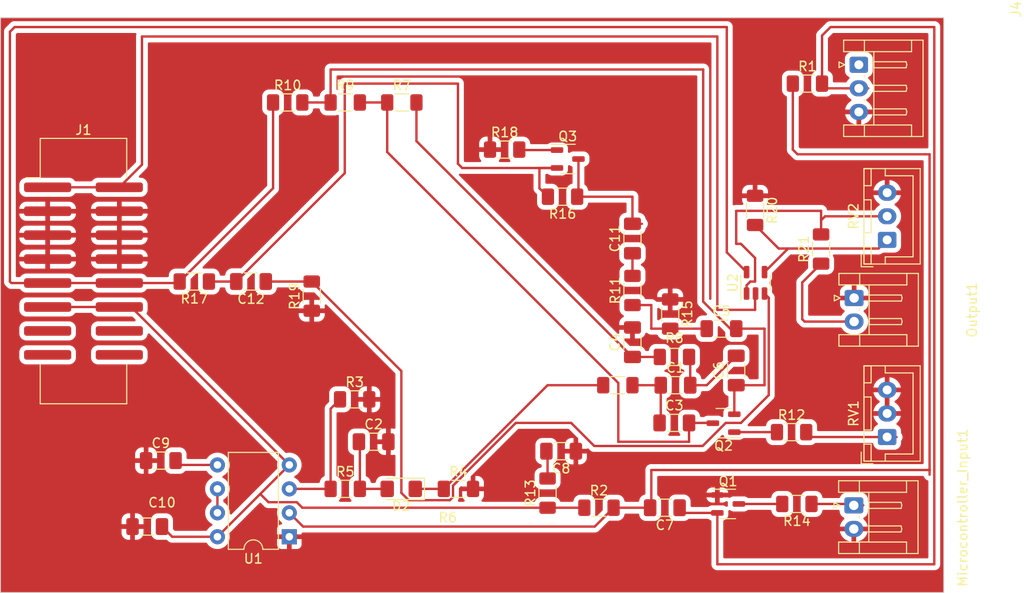
<source format=kicad_pcb>
(kicad_pcb (version 20221018) (generator pcbnew)
  (layers (0 "F.Cu" signal) (31 "B.Cu" signal) (34 "B.Paste" user) (35 "F.Paste" user) (36 "B.SilkS" user "B.Silkscreen") (37 "F.SilkS" user "F.Silkscreen") (38 "B.Mask" user) (39 "F.Mask" user) (44 "Edge.Cuts" user))
  (net 0 "")
  (net 1 "Net-(C1-Pad1)")
  (net 2 "Net-(C1-Pad2)")
  (net 3 "Net-(D2-A)")
  (net 4 "GND")
  (net 5 "Net-(Q2-B)")
  (net 6 "Net-(C4-Pad1)")
  (net 7 "Net-(C5-Pad1)")
  (net 8 "Net-(Q2-C)")
  (net 9 "Net-(J4-Pin_2)")
  (net 10 "Net-(U1-TR)")
  (net 11 "Net-(C8-Pad2)")
  (net 12 "Net-(U1-CV)")
  (net 13 "+5V")
  (net 14 "Net-(C11-Pad1)")
  (net 15 "Net-(Q3-B)")
  (net 16 "Net-(U2-+)")
  (net 17 "Net-(Q3-C)")
  (net 18 "Net-(D2-K)")
  (net 19 "-12V")
  (net 20 "+12V")
  (net 26 "Net-(Microcontroller_Input1-Pin_1)")
  (net 27 "Net-(Output1-Pin_2)")
  (net 28 "Net-(Q1-B)")
  (net 29 "Net-(Q2-E)")
  (net 30 "Net-(Q3-E)")
  (net 31 "Net-(U1-Q)")
  (net 32 "Net-(R12-Pad2)")
  (net 33 "Net-(U2--)")
  (net 34 "Net-(R21-Pad2)")
  (net 35 "Net-(U1-DIS)")
  (footprint "Resistor_SMD:R_1206_3216Metric_Pad1.30x1.75mm_HandSolder" (layer "F.Cu") (at 133 79.55 90)
    (fp_text reference "R19" (at 0 -1.82 90) (layer "F.SilkS"))
    (fp_text value "4.7k")
    (pad "1" smd roundrect (at -1.55 0 90) (size 1.3 1.75) (layers "F.Cu" "F.Paste" "F.Mask") (roundrect_rratio 0.192308) (net 4 "GND"))
    (pad "2" smd roundrect (at 1.55 0 90) (size 1.3 1.75) (layers "F.Cu" "F.Paste" "F.Mask") (roundrect_rratio 0.192308) (net 16 "Net-(U2-+)"))
  )
  (footprint "Connector_JST:JST_EH_S2B-EH_1x02_P2.50mm_Horizontal" (layer "F.Cu") (at 190.5 79.75 -90)
    (fp_text reference "Output1" (at 1.25 -12.5 90) (layer "F.SilkS"))
    (fp_text value "Conn_01x02_Pin")
    (pad "1" thru_hole roundrect (at 0 0 270) (size 1.7 2) (drill 1) (layers "*.Cu" "*.Mask") (roundrect_rratio 0.147059) (net 4 "GND"))
    (pad "2" thru_hole oval (at 2.5 0 270) (size 1.7 2) (drill 1) (layers "*.Cu" "*.Mask") (net 27 "Net-(Output1-Pin_2)"))
  )
  (footprint "Connector_JST:JST_EH_S2B-EH_1x02_P2.50mm_Horizontal" (layer "F.Cu") (at 190.4675 101.75 -90)
    (fp_text reference "Microcontroller_Input1" (at 0.25 -11.5325 90) (layer "F.SilkS"))
    (fp_text value "Conn_01x02_Pin")
    (pad "1" thru_hole roundrect (at 0 0 270) (size 1.7 2) (drill 1) (layers "*.Cu" "*.Mask") (roundrect_rratio 0.147059) (net 26 "Net-(Microcontroller_Input1-Pin_1)"))
    (pad "2" thru_hole oval (at 2.5 0 270) (size 1.7 2) (drill 1) (layers "*.Cu" "*.Mask") (net 4 "GND"))
  )
  (footprint "Resistor_SMD:R_1206_3216Metric_Pad1.30x1.75mm_HandSolder" (layer "F.Cu") (at 142.55 59)
    (fp_text reference "R7" (at 0 -1.82) (layer "F.SilkS"))
    (fp_text value "27k")
    (pad "1" smd roundrect (at -1.55 0) (size 1.3 1.75) (layers "F.Cu" "F.Paste" "F.Mask") (roundrect_rratio 0.192308) (net 5 "Net-(Q2-B)"))
    (pad "2" smd roundrect (at 1.55 0) (size 1.3 1.75) (layers "F.Cu" "F.Paste" "F.Mask") (roundrect_rratio 0.192308) (net 6 "Net-(C4-Pad1)"))
  )
  (footprint "Package_TO_SOT_SMD:SOT-23-3" (layer "F.Cu") (at 176.6625 93.03 180)
    (fp_text reference "Q2" (at 0 -2.4) (layer "F.SilkS"))
    (fp_text value "Q_NPN_ECB")
    (pad "1" smd roundrect (at -1.1375 -0.95 180) (size 1.325 0.6) (layers "F.Cu" "F.Paste" "F.Mask") (net 29 "Net-(Q2-E)"))
    (pad "2" smd roundrect (at -1.1375 0.95 180) (size 1.325 0.6) (layers "F.Cu" "F.Paste" "F.Mask") (net 8 "Net-(Q2-C)"))
    (pad "3" smd roundrect (at 1.1375 0 180) (size 1.325 0.6) (layers "F.Cu" "F.Paste" "F.Mask") (net 5 "Net-(Q2-B)"))
  )
  (footprint "Resistor_SMD:R_1206_3216Metric_Pad1.30x1.75mm_HandSolder" (layer "F.Cu") (at 184.43 101.6 180)
    (fp_text reference "R14" (at 0 -1.82) (layer "F.SilkS"))
    (fp_text value "100")
    (pad "1" smd roundrect (at -1.55 0 180) (size 1.3 1.75) (layers "F.Cu" "F.Paste" "F.Mask") (roundrect_rratio 0.192308) (net 26 "Net-(Microcontroller_Input1-Pin_1)"))
    (pad "2" smd roundrect (at 1.55 0 180) (size 1.3 1.75) (layers "F.Cu" "F.Paste" "F.Mask") (roundrect_rratio 0.192308) (net 28 "Net-(Q1-B)"))
  )
  (footprint "Package_TO_SOT_SMD:SOT-23-3" (layer "F.Cu") (at 160.1375 65)
    (fp_text reference "Q3" (at 0 -2.4) (layer "F.SilkS"))
    (fp_text value "Q_NPN_ECB")
    (pad "1" smd roundrect (at -1.1375 -0.95) (size 1.325 0.6) (layers "F.Cu" "F.Paste" "F.Mask") (net 30 "Net-(Q3-E)"))
    (pad "2" smd roundrect (at -1.1375 0.95) (size 1.325 0.6) (layers "F.Cu" "F.Paste" "F.Mask") (net 17 "Net-(Q3-C)"))
    (pad "3" smd roundrect (at 1.1375 0) (size 1.325 0.6) (layers "F.Cu" "F.Paste" "F.Mask") (net 15 "Net-(Q3-B)"))
  )
  (footprint "Capacitor_SMD:C_1206_3216Metric_Pad1.33x1.80mm_HandSolder" (layer "F.Cu") (at 178 87.4375 90)
    (fp_text reference "C6" (at 0 -1.85 90) (layer "F.SilkS"))
    (fp_text value "1u")
    (pad "1" smd roundrect (at -1.5625 0 90) (size 1.325 1.8) (layers "F.Cu" "F.Paste" "F.Mask") (roundrect_rratio 0.188679) (net 8 "Net-(Q2-C)"))
    (pad "2" smd roundrect (at 1.5625 0 90) (size 1.325 1.8) (layers "F.Cu" "F.Paste" "F.Mask") (roundrect_rratio 0.188679) (net 2 "Net-(C1-Pad2)"))
  )
  (footprint "Connector_JST:JST_XH_B3B-XH-A_1x03_P2.50mm_Vertical" (layer "F.Cu") (at 194 73.58 90)
    (fp_text reference "RV2" (at 2.5 -3.55 90) (layer "F.SilkS"))
    (fp_text value "50k")
    (pad "1" thru_hole roundrect (at 0 0 90) (size 1.7 1.95) (drill 0.95) (layers "*.Cu" "*.Mask") (roundrect_rratio 0.147059) (net 33 "Net-(U2--)"))
    (pad "2" thru_hole oval (at 2.5 0 90) (size 1.7 1.95) (drill 0.95) (layers "*.Cu" "*.Mask") (net 34 "Net-(R21-Pad2)"))
    (pad "3" thru_hole oval (at 5 0 90) (size 1.7 1.95) (drill 0.95) (layers "*.Cu" "*.Mask") (net 4 "GND"))
  )
  (footprint "Package_TO_SOT_SMD:SOT-23-3" (layer "F.Cu") (at 177.1375 101.6)
    (fp_text reference "Q1" (at 0 -2.4) (layer "F.SilkS"))
    (fp_text value "Q_NPN_ECB")
    (pad "1" smd roundrect (at -1.1375 -0.95) (size 1.325 0.6) (layers "F.Cu" "F.Paste" "F.Mask") (net 4 "GND"))
    (pad "2" smd roundrect (at -1.1375 0.95) (size 1.325 0.6) (layers "F.Cu" "F.Paste" "F.Mask") (net 9 "Net-(J4-Pin_2)"))
    (pad "3" smd roundrect (at 1.1375 0) (size 1.325 0.6) (layers "F.Cu" "F.Paste" "F.Mask") (net 28 "Net-(Q1-B)"))
  )
  (footprint "Connector_JST:JST_XH_B3B-XH-A_1x03_P2.50mm_Vertical" (layer "F.Cu") (at 194 94.5 90)
    (fp_text reference "RV1" (at 2.5 -3.55 90) (layer "F.SilkS"))
    (fp_text value "1k")
    (pad "1" thru_hole roundrect (at 0 0 90) (size 1.7 1.95) (drill 0.95) (layers "*.Cu" "*.Mask") (roundrect_rratio 0.147059) (net 32 "Net-(R12-Pad2)"))
    (pad "2" thru_hole oval (at 2.5 0 90) (size 1.7 1.95) (drill 0.95) (layers "*.Cu" "*.Mask") (net 4 "GND"))
    (pad "3" thru_hole oval (at 5 0 90) (size 1.7 1.95) (drill 0.95) (layers "*.Cu" "*.Mask") (net 4 "GND"))
  )
  (footprint "Resistor_SMD:R_1206_3216Metric_Pad1.30x1.75mm_HandSolder" (layer "F.Cu") (at 136.55 100)
    (fp_text reference "R5" (at 0 -1.82) (layer "F.SilkS"))
    (fp_text value "100")
    (pad "1" smd roundrect (at -1.55 0) (size 1.3 1.75) (layers "F.Cu" "F.Paste" "F.Mask") (roundrect_rratio 0.192308) (net 31 "Net-(U1-Q)"))
    (pad "2" smd roundrect (at 1.55 0) (size 1.3 1.75) (layers "F.Cu" "F.Paste" "F.Mask") (roundrect_rratio 0.192308) (net 3 "Net-(D2-A)"))
  )
  (footprint "Capacitor_SMD:C_1206_3216Metric_Pad1.33x1.80mm_HandSolder" (layer "F.Cu") (at 126.5625 78 180)
    (fp_text reference "C12" (at 0 -1.85) (layer "F.SilkS"))
    (fp_text value "8.2n")
    (pad "1" smd roundrect (at -1.5625 0 180) (size 1.325 1.8) (layers "F.Cu" "F.Paste" "F.Mask") (roundrect_rratio 0.188679) (net 16 "Net-(U2-+)"))
    (pad "2" smd roundrect (at 1.5625 0 180) (size 1.325 1.8) (layers "F.Cu" "F.Paste" "F.Mask") (roundrect_rratio 0.188679) (net 17 "Net-(Q3-C)"))
  )
  (footprint "Resistor_SMD:R_1206_3216Metric_Pad1.30x1.75mm_HandSolder" (layer "F.Cu") (at 180 70.45 -90)
    (fp_text reference "R20" (at 0 -1.82 -270) (layer "F.SilkS"))
    (fp_text value "1k")
    (pad "1" smd roundrect (at -1.55 0 270) (size 1.3 1.75) (layers "F.Cu" "F.Paste" "F.Mask") (roundrect_rratio 0.192308) (net 4 "GND"))
    (pad "2" smd roundrect (at 1.55 0 270) (size 1.3 1.75) (layers "F.Cu" "F.Paste" "F.Mask") (roundrect_rratio 0.192308) (net 33 "Net-(U2--)"))
  )
  (footprint "Resistor_SMD:R_1206_3216Metric_Pad1.30x1.75mm_HandSolder" (layer "F.Cu") (at 137.55 90.5)
    (fp_text reference "R3" (at 0 -1.82) (layer "F.SilkS"))
    (fp_text value "100k")
    (pad "1" smd roundrect (at -1.55 0) (size 1.3 1.75) (layers "F.Cu" "F.Paste" "F.Mask") (roundrect_rratio 0.192308) (net 31 "Net-(U1-Q)"))
    (pad "2" smd roundrect (at 1.55 0) (size 1.3 1.75) (layers "F.Cu" "F.Paste" "F.Mask") (roundrect_rratio 0.192308) (net 4 "GND"))
  )
  (footprint "Capacitor_SMD:C_1206_3216Metric_Pad1.33x1.80mm_HandSolder" (layer "F.Cu") (at 170.4375 102 180)
    (fp_text reference "C7" (at 0 -1.85) (layer "F.SilkS"))
    (fp_text value "1u")
    (pad "1" smd roundrect (at -1.5625 0 180) (size 1.325 1.8) (layers "F.Cu" "F.Paste" "F.Mask") (roundrect_rratio 0.188679) (net 9 "Net-(J4-Pin_2)"))
    (pad "2" smd roundrect (at 1.5625 0 180) (size 1.325 1.8) (layers "F.Cu" "F.Paste" "F.Mask") (roundrect_rratio 0.188679) (net 10 "Net-(U1-TR)"))
  )
  (footprint "Capacitor_SMD:C_1206_3216Metric_Pad1.33x1.80mm_HandSolder" (layer "F.Cu") (at 139.5625 95)
    (fp_text reference "C2" (at 0 -1.85) (layer "F.SilkS"))
    (fp_text value "1u")
    (pad "1" smd roundrect (at -1.5625 0) (size 1.325 1.8) (layers "F.Cu" "F.Paste" "F.Mask") (roundrect_rratio 0.188679) (net 3 "Net-(D2-A)"))
    (pad "2" smd roundrect (at 1.5625 0) (size 1.325 1.8) (layers "F.Cu" "F.Paste" "F.Mask") (roundrect_rratio 0.188679) (net 4 "GND"))
  )
  (footprint "Resistor_SMD:R_1206_3216Metric_Pad1.30x1.75mm_HandSolder" (layer "F.Cu") (at 159.5875 69 180)
    (fp_text reference "R16" (at 0 -1.82) (layer "F.SilkS"))
    (fp_text value "560k")
    (pad "1" smd roundrect (at -1.55 0 180) (size 1.3 1.75) (layers "F.Cu" "F.Paste" "F.Mask") (roundrect_rratio 0.192308) (net 15 "Net-(Q3-B)"))
    (pad "2" smd roundrect (at 1.55 0 180) (size 1.3 1.75) (layers "F.Cu" "F.Paste" "F.Mask") (roundrect_rratio 0.192308) (net 17 "Net-(Q3-C)"))
  )
  (footprint "Capacitor_SMD:C_1206_3216Metric_Pad1.33x1.80mm_HandSolder" (layer "F.Cu") (at 159.4375 96 180)
    (fp_text reference "C8" (at 0 -1.85) (layer "F.SilkS"))
    (fp_text value "1u")
    (pad "1" smd roundrect (at -1.5625 0 180) (size 1.325 1.8) (layers "F.Cu" "F.Paste" "F.Mask") (roundrect_rratio 0.188679) (net 4 "GND"))
    (pad "2" smd roundrect (at 1.5625 0 180) (size 1.325 1.8) (layers "F.Cu" "F.Paste" "F.Mask") (roundrect_rratio 0.188679) (net 11 "Net-(C8-Pad2)"))
  )
  (footprint "Package_TO_SOT_SMD:TSOT-23-5" (layer "F.Cu") (at 180.05 78.1375 90)
    (fp_text reference "U2" (at 0 -2.4 90) (layer "F.SilkS"))
    (fp_text value "AD8603")
    (pad "1" smd roundrect (at -1.1375 -0.95 90) (size 1.325 0.6) (layers "F.Cu" "F.Paste" "F.Mask") (net 34 "Net-(R21-Pad2)"))
    (pad "2" smd roundrect (at -1.1375 0 90) (size 1.325 0.6) (layers "F.Cu" "F.Paste" "F.Mask") (net 19 "-12V"))
    (pad "3" smd roundrect (at -1.1375 0.95 90) (size 1.325 0.6) (layers "F.Cu" "F.Paste" "F.Mask") (net 16 "Net-(U2-+)"))
    (pad "4" smd roundrect (at 1.1375 0.95 90) (size 1.325 0.6) (layers "F.Cu" "F.Paste" "F.Mask") (net 33 "Net-(U2--)"))
    (pad "5" smd roundrect (at 1.1375 -0.95 90) (size 1.325 0.6) (layers "F.Cu" "F.Paste" "F.Mask") (net 20 "+12V"))
  )
  (footprint "Resistor_SMD:R_1206_3216Metric_Pad1.30x1.75mm_HandSolder" (layer "F.Cu") (at 153.45 64)
    (fp_text reference "R18" (at 0 -1.82) (layer "F.SilkS"))
    (fp_text value "330")
    (pad "1" smd roundrect (at -1.55 0) (size 1.3 1.75) (layers "F.Cu" "F.Paste" "F.Mask") (roundrect_rratio 0.192308) (net 4 "GND"))
    (pad "2" smd roundrect (at 1.55 0) (size 1.3 1.75) (layers "F.Cu" "F.Paste" "F.Mask") (roundrect_rratio 0.192308) (net 30 "Net-(Q3-E)"))
  )
  (footprint "Capacitor_SMD:C_1206_3216Metric_Pad1.33x1.80mm_HandSolder" (layer "F.Cu") (at 167 73.4375 90)
    (fp_text reference "C11" (at 0 -1.85 90) (layer "F.SilkS"))
    (fp_text value "1u")
    (pad "1" smd roundrect (at -1.5625 0 90) (size 1.325 1.8) (layers "F.Cu" "F.Paste" "F.Mask") (roundrect_rratio 0.188679) (net 14 "Net-(C11-Pad1)"))
    (pad "2" smd roundrect (at 1.5625 0 90) (size 1.325 1.8) (layers "F.Cu" "F.Paste" "F.Mask") (roundrect_rratio 0.188679) (net 15 "Net-(Q3-B)"))
  )
  (footprint "Resistor_SMD:R_1206_3216Metric_Pad1.30x1.75mm_HandSolder" (layer "F.Cu") (at 136.55 59)
    (fp_text reference "R9" (at 0 -1.82) (layer "F.SilkS"))
    (fp_text value "1000k")
    (pad "1" smd roundrect (at -1.55 0) (size 1.3 1.75) (layers "F.Cu" "F.Paste" "F.Mask") (roundrect_rratio 0.192308) (net 8 "Net-(Q2-C)"))
    (pad "2" smd roundrect (at 1.55 0) (size 1.3 1.75) (layers "F.Cu" "F.Paste" "F.Mask") (roundrect_rratio 0.192308) (net 5 "Net-(Q2-B)"))
  )
  (footprint "Resistor_SMD:R_1206_3216Metric_Pad1.30x1.75mm_HandSolder" (layer "F.Cu") (at 148.55 100)
    (fp_text reference "R4" (at 0 -1.82) (layer "F.SilkS"))
    (fp_text value "15k")
    (pad "1" smd roundrect (at -1.55 0) (size 1.3 1.75) (layers "F.Cu" "F.Paste" "F.Mask") (roundrect_rratio 0.192308) (net 18 "Net-(D2-K)"))
    (pad "2" smd roundrect (at 1.55 0) (size 1.3 1.75) (layers "F.Cu" "F.Paste" "F.Mask") (roundrect_rratio 0.192308) (net 4 "GND"))
  )
  (footprint "Resistor_SMD:R_1206_3216Metric_Pad1.30x1.75mm_HandSolder" (layer "F.Cu") (at 120.55 78 180)
    (fp_text reference "R17" (at 0 -1.82) (layer "F.SilkS"))
    (fp_text value "10k")
    (pad "1" smd roundrect (at -1.55 0 180) (size 1.3 1.75) (layers "F.Cu" "F.Paste" "F.Mask") (roundrect_rratio 0.192308) (net 17 "Net-(Q3-C)"))
    (pad "2" smd roundrect (at 1.55 0 180) (size 1.3 1.75) (layers "F.Cu" "F.Paste" "F.Mask") (roundrect_rratio 0.192308) (net 20 "+12V"))
  )
  (footprint "Resistor_SMD:R_1206_3216Metric_Pad1.30x1.75mm_HandSolder" (layer "F.Cu") (at 163.45 102)
    (fp_text reference "R2" (at 0 -1.82) (layer "F.SilkS"))
    (fp_text value "220")
    (pad "1" smd roundrect (at -1.55 0) (size 1.3 1.75) (layers "F.Cu" "F.Paste" "F.Mask") (roundrect_rratio 0.192308) (net 13 "+5V"))
    (pad "2" smd roundrect (at 1.55 0) (size 1.3 1.75) (layers "F.Cu" "F.Paste" "F.Mask") (roundrect_rratio 0.192308) (net 10 "Net-(U1-TR)"))
  )
  (footprint "Resistor_SMD:R_1206_3216Metric_Pad1.30x1.75mm_HandSolder" (layer "F.Cu") (at 171.45 86 180)
    (fp_text reference "R8" (at 0 2) (layer "F.SilkS"))
    (fp_text value "27k")
    (pad "1" smd roundrect (at -1.55 0 180) (size 1.3 1.75) (layers "F.Cu" "F.Paste" "F.Mask") (roundrect_rratio 0.192308) (net 2 "Net-(C1-Pad2)"))
    (pad "2" smd roundrect (at 1.55 0 180) (size 1.3 1.75) (layers "F.Cu" "F.Paste" "F.Mask") (roundrect_rratio 0.192308) (net 6 "Net-(C4-Pad1)"))
  )
  (footprint "Capacitor_SMD:C_1206_3216Metric_Pad1.33x1.80mm_HandSolder" (layer "F.Cu") (at 115.5625 104)
    (fp_text reference "C10" (at 1.5625 -2.54) (layer "F.SilkS"))
    (fp_text value "100n")
    (pad "1" smd roundrect (at -1.5625 0) (size 1.325 1.8) (layers "F.Cu" "F.Paste" "F.Mask") (roundrect_rratio 0.188679) (net 4 "GND"))
    (pad "2" smd roundrect (at 1.5625 0) (size 1.325 1.8) (layers "F.Cu" "F.Paste" "F.Mask") (roundrect_rratio 0.188679) (net 13 "+5V"))
  )
  (footprint "Resistor_SMD:R_1206_3216Metric_Pad1.30x1.75mm_HandSolder" (layer "F.Cu") (at 183.87 93.98)
    (fp_text reference "R12" (at 0 -1.82) (layer "F.SilkS"))
    (fp_text value "100")
    (pad "1" smd roundrect (at -1.55 0) (size 1.3 1.75) (layers "F.Cu" "F.Paste" "F.Mask") (roundrect_rratio 0.192308) (net 29 "Net-(Q2-E)"))
    (pad "2" smd roundrect (at 1.55 0) (size 1.3 1.75) (layers "F.Cu" "F.Paste" "F.Mask") (roundrect_rratio 0.192308) (net 32 "Net-(R12-Pad2)"))
  )
  (footprint "Capacitor_SMD:C_1206_3216Metric_Pad1.33x1.80mm_HandSolder" (layer "F.Cu") (at 171.5625 89)
    (fp_text reference "C1" (at 0 -1.85) (layer "F.SilkS"))
    (fp_text value "1.8n")
    (pad "1" smd roundrect (at -1.5625 0) (size 1.325 1.8) (layers "F.Cu" "F.Paste" "F.Mask") (roundrect_rratio 0.188679) (net 1 "Net-(C1-Pad1)"))
    (pad "2" smd roundrect (at 1.5625 0) (size 1.325 1.8) (layers "F.Cu" "F.Paste" "F.Mask") (roundrect_rratio 0.188679) (net 2 "Net-(C1-Pad2)"))
  )
  (footprint "Resistor_SMD:R_1206_3216Metric_Pad1.30x1.75mm_HandSolder" (layer "F.Cu") (at 171 81.45 -90)
    (fp_text reference "R15" (at 0 -1.82 90) (layer "F.SilkS"))
    (fp_text value "39k")
    (pad "1" smd roundrect (at -1.55 0 270) (size 1.3 1.75) (layers "F.Cu" "F.Paste" "F.Mask") (roundrect_rratio 0.192308) (net 4 "GND"))
    (pad "2" smd roundrect (at 1.55 0 270) (size 1.3 1.75) (layers "F.Cu" "F.Paste" "F.Mask") (roundrect_rratio 0.192308) (net 7 "Net-(C5-Pad1)"))
  )
  (footprint "Capacitor_SMD:C_1206_3216Metric_Pad1.33x1.80mm_HandSolder" (layer "F.Cu") (at 167 84.4375 90)
    (fp_text reference "C4" (at 0 -1.85 90) (layer "F.SilkS"))
    (fp_text value "15n")
    (pad "1" smd roundrect (at -1.5625 0 90) (size 1.325 1.8) (layers "F.Cu" "F.Paste" "F.Mask") (roundrect_rratio 0.188679) (net 6 "Net-(C4-Pad1)"))
    (pad "2" smd roundrect (at 1.5625 0 90) (size 1.325 1.8) (layers "F.Cu" "F.Paste" "F.Mask") (roundrect_rratio 0.188679) (net 4 "GND"))
  )
  (footprint "Resistor_SMD:R_1206_3216Metric_Pad1.30x1.75mm_HandSolder" (layer "F.Cu") (at 185.55 57)
    (fp_text reference "R1" (at 0 -1.82) (layer "F.SilkS"))
    (fp_text value "10k")
    (pad "1" smd roundrect (at -1.55 0) (size 1.3 1.75) (layers "F.Cu" "F.Paste" "F.Mask") (roundrect_rratio 0.192308) (net 10 "Net-(U1-TR)"))
    (pad "2" smd roundrect (at 1.55 0) (size 1.3 1.75) (layers "F.Cu" "F.Paste" "F.Mask") (roundrect_rratio 0.192308) (net 9 "Net-(J4-Pin_2)"))
  )
  (footprint "Resistor_SMD:R_1206_3216Metric_Pad1.30x1.75mm_HandSolder" (layer "F.Cu") (at 187 74.55 90)
    (fp_text reference "R21" (at 0 -1.82 90) (layer "F.SilkS"))
    (fp_text value "1k")
    (pad "1" smd roundrect (at -1.55 0 90) (size 1.3 1.75) (layers "F.Cu" "F.Paste" "F.Mask") (roundrect_rratio 0.192308) (net 27 "Net-(Output1-Pin_2)"))
    (pad "2" smd roundrect (at 1.55 0 90) (size 1.3 1.75) (layers "F.Cu" "F.Paste" "F.Mask") (roundrect_rratio 0.192308) (net 34 "Net-(R21-Pad2)"))
  )
  (footprint "Resistor_SMD:R_1206_3216Metric_Pad1.30x1.75mm_HandSolder" (layer "F.Cu") (at 165.45 89)
    (fp_text reference "R6" (at -18.03 14.05) (layer "F.SilkS"))
    (fp_text value "8.2k")
    (pad "1" smd roundrect (at -1.55 0) (size 1.3 1.75) (layers "F.Cu" "F.Paste" "F.Mask") (roundrect_rratio 0.192308) (net 18 "Net-(D2-K)"))
    (pad "2" smd roundrect (at 1.55 0) (size 1.3 1.75) (layers "F.Cu" "F.Paste" "F.Mask") (roundrect_rratio 0.192308) (net 1 "Net-(C1-Pad1)"))
  )
  (footprint "Connector_IDC:IDC-Header_2x08_P2.54mm_Vertical_SMD" (layer "F.Cu") (at 108.8 76.89)
    (fp_text reference "J1" (at 0 -14.97) (layer "F.SilkS"))
    (fp_text value "Conn_02x08_Odd_Even")
    (pad "1" smd roundrect (at -3.8 -8.89) (size 5 1.02) (layers "F.Cu" "F.Paste" "F.Mask") (net 19 "-12V"))
    (pad "2" smd roundrect (at 3.8 -8.89) (size 5 1.02) (layers "F.Cu" "F.Paste" "F.Mask") (net 19 "-12V"))
    (pad "3" smd roundrect (at -3.8 -6.35) (size 5 1.02) (layers "F.Cu" "F.Paste" "F.Mask") (net 4 "GND"))
    (pad "4" smd roundrect (at 3.8 -6.35) (size 5 1.02) (layers "F.Cu" "F.Paste" "F.Mask") (net 4 "GND"))
    (pad "5" smd roundrect (at -3.8 -3.81) (size 5 1.02) (layers "F.Cu" "F.Paste" "F.Mask") (net 4 "GND"))
    (pad "6" smd roundrect (at 3.8 -3.81) (size 5 1.02) (layers "F.Cu" "F.Paste" "F.Mask") (net 4 "GND"))
    (pad "7" smd roundrect (at -3.8 -1.27) (size 5 1.02) (layers "F.Cu" "F.Paste" "F.Mask") (net 4 "GND"))
    (pad "8" smd roundrect (at 3.8 -1.27) (size 5 1.02) (layers "F.Cu" "F.Paste" "F.Mask") (net 4 "GND"))
    (pad "9" smd roundrect (at -3.8 1.27) (size 5 1.02) (layers "F.Cu" "F.Paste" "F.Mask") (net 20 "+12V"))
    (pad "10" smd roundrect (at 3.8 1.27) (size 5 1.02) (layers "F.Cu" "F.Paste" "F.Mask") (net 20 "+12V"))
    (pad "11" smd roundrect (at -3.8 3.81) (size 5 1.02) (layers "F.Cu" "F.Paste" "F.Mask") (net 13 "+5V"))
    (pad "12" smd roundrect (at 3.8 3.81) (size 5 1.02) (layers "F.Cu" "F.Paste" "F.Mask") (net 13 "+5V"))
    (pad "13" smd roundrect (at -3.8 6.35) (size 5 1.02) (layers "F.Cu" "F.Paste" "F.Mask"))
    (pad "14" smd roundrect (at 3.8 6.35) (size 5 1.02) (layers "F.Cu" "F.Paste" "F.Mask"))
    (pad "15" smd roundrect (at -3.8 8.89) (size 5 1.02) (layers "F.Cu" "F.Paste" "F.Mask"))
    (pad "16" smd roundrect (at 3.8 8.89) (size 5 1.02) (layers "F.Cu" "F.Paste" "F.Mask"))
  )
  (footprint "Package_DIP:DIP-8_W7.62mm" (layer "F.Cu") (at 130.62 105.08 180)
    (fp_text reference "U1" (at 3.81 -2.33) (layer "F.SilkS"))
    (fp_text value "NE555P")
    (pad "1" thru_hole rect (at 0 0 180) (size 1.6 1.6) (drill 0.8) (layers "*.Cu" "*.Mask") (net 4 "GND"))
    (pad "2" thru_hole oval (at 0 2.54 180) (size 1.6 1.6) (drill 0.8) (layers "*.Cu" "*.Mask") (net 10 "Net-(U1-TR)"))
    (pad "3" thru_hole oval (at 0 5.08 180) (size 1.6 1.6) (drill 0.8) (layers "*.Cu" "*.Mask") (net 31 "Net-(U1-Q)"))
    (pad "4" thru_hole oval (at 0 7.62 180) (size 1.6 1.6) (drill 0.8) (layers "*.Cu" "*.Mask") (net 13 "+5V"))
    (pad "5" thru_hole oval (at 7.62 7.62 180) (size 1.6 1.6) (drill 0.8) (layers "*.Cu" "*.Mask") (net 12 "Net-(U1-CV)"))
    (pad "6" thru_hole oval (at 7.62 5.08 180) (size 1.6 1.6) (drill 0.8) (layers "*.Cu" "*.Mask") (net 35 "Net-(U1-DIS)"))
    (pad "7" thru_hole oval (at 7.62 2.54 180) (size 1.6 1.6) (drill 0.8) (layers "*.Cu" "*.Mask") (net 35 "Net-(U1-DIS)"))
    (pad "8" thru_hole oval (at 7.62 0 180) (size 1.6 1.6) (drill 0.8) (layers "*.Cu" "*.Mask") (net 13 "+5V"))
  )
  (footprint "Capacitor_SMD:C_1206_3216Metric_Pad1.33x1.80mm_HandSolder" (layer "F.Cu") (at 117 97)
    (fp_text reference "C9" (at 0 -1.85) (layer "F.SilkS"))
    (fp_text value "600n")
    (pad "1" smd roundrect (at -1.5625 0) (size 1.325 1.8) (layers "F.Cu" "F.Paste" "F.Mask") (roundrect_rratio 0.188679) (net 4 "GND"))
    (pad "2" smd roundrect (at 1.5625 0) (size 1.325 1.8) (layers "F.Cu" "F.Paste" "F.Mask") (roundrect_rratio 0.188679) (net 12 "Net-(U1-CV)"))
  )
  (footprint "Connector_JST:JST_EH_S3B-EH_1x03_P2.50mm_Horizontal" (layer "F.Cu") (at 191 55 -90)
    (fp_text reference "J4" (at -5.89 -16.68 90) (layer "F.SilkS"))
    (fp_text value "Conn_01x03_Pin")
    (pad "1" thru_hole roundrect (at 0 0 270) (size 1.7 1.95) (drill 0.95) (layers "*.Cu" "*.Mask") (roundrect_rratio 0.147059))
    (pad "2" thru_hole oval (at 2.5 0 270) (size 1.7 1.95) (drill 0.95) (layers "*.Cu" "*.Mask") (net 9 "Net-(J4-Pin_2)"))
    (pad "3" thru_hole oval (at 5 0 270) (size 1.7 1.95) (drill 0.95) (layers "*.Cu" "*.Mask") (net 4 "GND"))
  )
  (footprint "Resistor_SMD:R_1206_3216Metric_Pad1.30x1.75mm_HandSolder" (layer "F.Cu") (at 158 100.45 90)
    (fp_text reference "R13" (at 0 -1.82 90) (layer "F.SilkS"))
    (fp_text value "1k")
    (pad "1" smd roundrect (at -1.55 0 90) (size 1.3 1.75) (layers "F.Cu" "F.Paste" "F.Mask") (roundrect_rratio 0.192308) (net 13 "+5V"))
    (pad "2" smd roundrect (at 1.55 0 90) (size 1.3 1.75) (layers "F.Cu" "F.Paste" "F.Mask") (roundrect_rratio 0.192308) (net 11 "Net-(C8-Pad2)"))
  )
  (footprint "Capacitor_SMD:C_1206_3216Metric_Pad1.33x1.80mm_HandSolder" (layer "F.Cu") (at 171.4375 93)
    (fp_text reference "C3" (at 0 -1.85) (layer "F.SilkS"))
    (fp_text value "1.8n")
    (pad "1" smd roundrect (at -1.5625 0) (size 1.325 1.8) (layers "F.Cu" "F.Paste" "F.Mask") (roundrect_rratio 0.188679) (net 1 "Net-(C1-Pad1)"))
    (pad "2" smd roundrect (at 1.5625 0) (size 1.325 1.8) (layers "F.Cu" "F.Paste" "F.Mask") (roundrect_rratio 0.188679) (net 5 "Net-(Q2-B)"))
  )
  (footprint "Capacitor_SMD:C_1206_3216Metric_Pad1.33x1.80mm_HandSolder" (layer "F.Cu") (at 176.4375 83)
    (fp_text reference "C5" (at 0 -1.85) (layer "F.SilkS"))
    (fp_text value "1u")
    (pad "1" smd roundrect (at -1.5625 0) (size 1.325 1.8) (layers "F.Cu" "F.Paste" "F.Mask") (roundrect_rratio 0.188679) (net 7 "Net-(C5-Pad1)"))
    (pad "2" smd roundrect (at 1.5625 0) (size 1.325 1.8) (layers "F.Cu" "F.Paste" "F.Mask") (roundrect_rratio 0.188679) (net 8 "Net-(Q2-C)"))
  )
  (footprint "Diode_SMD:D_1206_3216Metric_Pad1.42x1.75mm_HandSolder" (layer "F.Cu") (at 142.4875 100 180)
    (fp_text reference "D2" (at 0 -1.82) (layer "F.SilkS"))
    (fp_text value "D")
    (pad "1" smd roundrect (at -1.4875 0 180) (size 1.425 1.75) (layers "F.Cu" "F.Paste" "F.Mask") (roundrect_rratio 0.175439) (net 18 "Net-(D2-K)"))
    (pad "2" smd roundrect (at 1.4875 0 180) (size 1.425 1.75) (layers "F.Cu" "F.Paste" "F.Mask") (roundrect_rratio 0.175439) (net 3 "Net-(D2-A)"))
  )
  (footprint "Resistor_SMD:R_1206_3216Metric_Pad1.30x1.75mm_HandSolder" (layer "F.Cu") (at 130.45 59)
    (fp_text reference "R10" (at 0 -1.82) (layer "F.SilkS"))
    (fp_text value "22k")
    (pad "1" smd roundrect (at -1.55 0) (size 1.3 1.75) (layers "F.Cu" "F.Paste" "F.Mask") (roundrect_rratio 0.192308) (net 20 "+12V"))
    (pad "2" smd roundrect (at 1.55 0) (size 1.3 1.75) (layers "F.Cu" "F.Paste" "F.Mask") (roundrect_rratio 0.192308) (net 8 "Net-(Q2-C)"))
  )
  (footprint "Resistor_SMD:R_1206_3216Metric_Pad1.30x1.75mm_HandSolder" (layer "F.Cu") (at 167 78.95 90)
    (fp_text reference "R11" (at 0 -1.82 90) (layer "F.SilkS"))
    (fp_text value "56k")
    (pad "1" smd roundrect (at -1.55 0 90) (size 1.3 1.75) (layers "F.Cu" "F.Paste" "F.Mask") (roundrect_rratio 0.192308) (net 7 "Net-(C5-Pad1)"))
    (pad "2" smd roundrect (at 1.55 0 90) (size 1.3 1.75) (layers "F.Cu" "F.Paste" "F.Mask") (roundrect_rratio 0.192308) (net 14 "Net-(C11-Pad1)"))
  )
  (gr_rect (start 100 50) (end 200 111) (stroke (width 0.1)) (fill none) (layer "Edge.Cuts"))
  (segment (start 170 93) (end 170 89) (width 0.25) (layer "F.Cu") (net 1))
  (segment (start 169.875 93) (end 170 93) (width 0.25) (layer "F.Cu") (net 1))
  (segment (start 170 89) (end 167 89) (width 0.25) (layer "F.Cu") (net 1))
  (segment (start 173.125 86.125) (end 173 86) (width 0.25) (layer "F.Cu") (net 2))
  (segment (start 173.125 89) (end 173.125 86.125) (width 0.25) (layer "F.Cu") (net 2))
  (segment (start 174.875 89) (end 178 85.875) (width 0.25) (layer "F.Cu") (net 2))
  (segment (start 173.125 89) (end 174.875 89) (width 0.25) (layer "F.Cu") (net 2))
  (segment (start 138.1 95.1) (end 138 95) (width 0.25) (layer "F.Cu") (net 3))
  (segment (start 138.1 100) (end 138.1 95.1) (width 0.25) (layer "F.Cu") (net 3))
  (segment (start 138.1 100) (end 141 100) (width 0.25) (layer "F.Cu") (net 3))
  (segment (start 165.5 88.761827) (end 141 64.261827) (width 0.25) (layer "F.Cu") (net 5))
  (segment (start 173 93) (end 175.495 93) (width 0.25) (layer "F.Cu") (net 5))
  (segment (start 173 95) (end 165.5 95) (width 0.25) (layer "F.Cu") (net 5))
  (segment (start 141 64.261827) (end 141 59) (width 0.25) (layer "F.Cu") (net 5))
  (segment (start 165.5 95) (end 165.5 88.761827) (width 0.25) (layer "F.Cu") (net 5))
  (segment (start 138.1 59) (end 141 59) (width 0.25) (layer "F.Cu") (net 5))
  (segment (start 173 93) (end 173 95) (width 0.25) (layer "F.Cu") (net 5))
  (segment (start 175.495 93) (end 175.525 93.03) (width 0.25) (layer "F.Cu") (net 5))
  (segment (start 169.9 86) (end 167 86) (width 0.25) (layer "F.Cu") (net 6))
  (segment (start 144.1 59) (end 144.1 63.1) (width 0.25) (layer "F.Cu") (net 6))
  (segment (start 144.1 63.1) (end 167 86) (width 0.25) (layer "F.Cu") (net 6))
  (segment (start 169 80.5) (end 169 83) (width 0.25) (layer "F.Cu") (net 7))
  (segment (start 167 80.5) (end 169 80.5) (width 0.25) (layer "F.Cu") (net 7))
  (segment (start 169 83) (end 171 83) (width 0.25) (layer "F.Cu") (net 7))
  (segment (start 174.875 83) (end 171 83) (width 0.25) (layer "F.Cu") (net 7))
  (segment (start 178 83) (end 177.363604 83) (width 0.25) (layer "F.Cu") (net 8))
  (segment (start 178 83) (end 181 83) (width 0.25) (layer "F.Cu") (net 8))
  (segment (start 132 59) (end 135 59) (width 0.25) (layer "F.Cu") (net 8))
  (segment (start 174.5 55.5) (end 135 55.5) (width 0.25) (layer "F.Cu") (net 8))
  (segment (start 181 83) (end 181 89) (width 0.25) (layer "F.Cu") (net 8))
  (segment (start 177.363604 83) (end 174.5 80.136396) (width 0.25) (layer "F.Cu") (net 8))
  (segment (start 177.8 89.2) (end 178 89) (width 0.25) (layer "F.Cu") (net 8))
  (segment (start 181 89) (end 178 89) (width 0.25) (layer "F.Cu") (net 8))
  (segment (start 177.8 92.08) (end 177.8 89.2) (width 0.25) (layer "F.Cu") (net 8))
  (segment (start 135 55.5) (end 135 59) (width 0.25) (layer "F.Cu") (net 8))
  (segment (start 174.5 80.136396) (end 174.5 55.5) (width 0.25) (layer "F.Cu") (net 8))
  (segment (start 187.6 57.5) (end 192 57.5) (width 0.25) (layer "F.Cu") (net 9))
  (segment (start 199 108) (end 176 108) (width 0.25) (layer "F.Cu") (net 9))
  (segment (start 199 51) (end 199 108) (width 0.25) (layer "F.Cu") (net 9))
  (segment (start 187.1 51.9) (end 188 51) (width 0.25) (layer "F.Cu") (net 9))
  (segment (start 187.1 57) (end 187.1 51.9) (width 0.25) (layer "F.Cu") (net 9))
  (segment (start 176 108) (end 176 102.55) (width 0.25) (layer "F.Cu") (net 9))
  (segment (start 187.1 57) (end 187.6 57.5) (width 0.25) (layer "F.Cu") (net 9))
  (segment (start 176 102.55) (end 172.55 102.55) (width 0.25) (layer "F.Cu") (net 9))
  (segment (start 172.55 102.55) (end 172 102) (width 0.25) (layer "F.Cu") (net 9))
  (segment (start 188 51) (end 199 51) (width 0.25) (layer "F.Cu") (net 9))
  (segment (start 132.08 104) (end 130.62 102.54) (width 0.25) (layer "F.Cu") (net 10))
  (segment (start 165 102) (end 163 104) (width 0.25) (layer "F.Cu") (net 10))
  (segment (start 184 57) (end 184 64) (width 0.25) (layer "F.Cu") (net 10))
  (segment (start 198.5 64.5) (end 198.5 98) (width 0.25) (layer "F.Cu") (net 10))
  (segment (start 184.5 64.5) (end 198 64.5) (width 0.25) (layer "F.Cu") (net 10))
  (segment (start 198.5 98) (end 169 98) (width 0.25) (layer "F.Cu") (net 10))
  (segment (start 169 101.875) (end 168.875 102) (width 0.25) (layer "F.Cu") (net 10))
  (segment (start 184 64) (end 184.5 64.5) (width 0.25) (layer "F.Cu") (net 10))
  (segment (start 169 98) (end 169 101.875) (width 0.25) (layer "F.Cu") (net 10))
  (segment (start 198 64.5) (end 198.5 64.5) (width 0.25) (layer "F.Cu") (net 10))
  (segment (start 198.5 98) (end 198.5 98.5) (width 0.25) (layer "F.Cu") (net 10))
  (segment (start 168.875 102) (end 165 102) (width 0.25) (layer "F.Cu") (net 10))
  (segment (start 163 104) (end 132.08 104) (width 0.25) (layer "F.Cu") (net 10))
  (segment (start 158 98.9) (end 158 96.125) (width 0.25) (layer "F.Cu") (net 11))
  (segment (start 158 96.125) (end 157.875 96) (width 0.25) (layer "F.Cu") (net 11))
  (segment (start 123 97.46) (end 119.0225 97.46) (width 0.25) (layer "F.Cu") (net 12))
  (segment (start 119.0225 97.46) (end 118.5625 97) (width 0.25) (layer "F.Cu") (net 12))
  (segment (start 130.62 97.46) (end 127.54 100.54) (width 0.25) (layer "F.Cu") (net 13))
  (segment (start 161.9 102) (end 158 102) (width 0.25) (layer "F.Cu") (net 13))
  (segment (start 128.415 101.415) (end 127.54 100.54) (width 0.25) (layer "F.Cu") (net 13))
  (segment (start 131.415 101.415) (end 128.415 101.415) (width 0.25) (layer "F.Cu") (net 13))
  (segment (start 118.205 105.08) (end 117.125 104) (width 0.25) (layer "F.Cu") (net 13))
  (segment (start 113.86 80.7) (end 130.62 97.46) (width 0.25) (layer "F.Cu") (net 13))
  (segment (start 112 80.7) (end 113.86 80.7) (width 0.25) (layer "F.Cu") (net 13))
  (segment (start 123 105.08) (end 118.205 105.08) (width 0.25) (layer "F.Cu") (net 13))
  (segment (start 104.4 80.7) (end 112 80.7) (width 0.25) (layer "F.Cu") (net 13))
  (segment (start 127.54 100.54) (end 123 105.08) (width 0.25) (layer "F.Cu") (net 13))
  (segment (start 158 102) (end 132 102) (width 0.25) (layer "F.Cu") (net 13))
  (segment (start 132 102) (end 131.415 101.415) (width 0.25) (layer "F.Cu") (net 13))
  (segment (start 167 77.4) (end 167 75) (width 0.25) (layer "F.Cu") (net 14))
  (segment (start 167 71.875) (end 167 69) (width 0.25) (layer "F.Cu") (net 15))
  (segment (start 161.275 65) (end 161.275 68.8625) (width 0.25) (layer "F.Cu") (net 15))
  (segment (start 161.275 68.8625) (end 161.1375 69) (width 0.25) (layer "F.Cu") (net 15))
  (segment (start 167.0125 71.875) (end 168 71.875) (width 0.25) (layer "F.Cu") (net 15))
  (segment (start 167 69) (end 161.1375 69) (width 0.25) (layer "F.Cu") (net 15))
  (segment (start 147.638173 101.2) (end 143.274328 101.2) (width 0.25) (layer "F.Cu") (net 16))
  (segment (start 176.889251 93) (end 174.439251 95.45) (width 0.25) (layer "F.Cu") (net 16))
  (segment (start 128.125 78) (end 133 78) (width 0.25) (layer "F.Cu") (net 16))
  (segment (start 181.45 79.725) (end 181.45 90.05) (width 0.25) (layer "F.Cu") (net 16))
  (segment (start 147.975 99.661396) (end 147.975 100.863173) (width 0.25) (layer "F.Cu") (net 16))
  (segment (start 143.274328 101.2) (end 142.5 100.425672) (width 0.25) (layer "F.Cu") (net 16))
  (segment (start 154.636396 93) (end 147.975 99.661396) (width 0.25) (layer "F.Cu") (net 16))
  (segment (start 162.95 95.45) (end 160.5 93) (width 0.25) (layer "F.Cu") (net 16))
  (segment (start 181 79.275) (end 181.45 79.725) (width 0.25) (layer "F.Cu") (net 16))
  (segment (start 160.5 93) (end 154.636396 93) (width 0.25) (layer "F.Cu") (net 16))
  (segment (start 178.509251 93) (end 178.5 93) (width 0.25) (layer "F.Cu") (net 16))
  (segment (start 147.975 100.863173) (end 147.638173 101.2) (width 0.25) (layer "F.Cu") (net 16))
  (segment (start 181.45 90.05) (end 178.5 93) (width 0.25) (layer "F.Cu") (net 16))
  (segment (start 142.5 87.5) (end 133 78) (width 0.25) (layer "F.Cu") (net 16))
  (segment (start 178.5 93) (end 176.889251 93) (width 0.25) (layer "F.Cu") (net 16))
  (segment (start 174.439251 95.45) (end 162.95 95.45) (width 0.25) (layer "F.Cu") (net 16))
  (segment (start 142.5 100.425672) (end 142.5 87.5) (width 0.25) (layer "F.Cu") (net 16))
  (segment (start 136.5 57) (end 148.5 57) (width 0.25) (layer "F.Cu") (net 17))
  (segment (start 148.5 57) (end 148.5 65.5) (width 0.25) (layer "F.Cu") (net 17))
  (segment (start 157.1875 65.95) (end 157.1375 66) (width 0.25) (layer "F.Cu") (net 17))
  (segment (start 122.1 78) (end 125 78) (width 0.25) (layer "F.Cu") (net 17))
  (segment (start 136.5 66.5) (end 136.5 57) (width 0.25) (layer "F.Cu") (net 17))
  (segment (start 125 78) (end 136.5 66.5) (width 0.25) (layer "F.Cu") (net 17))
  (segment (start 157.1375 66) (end 157.1375 68.1) (width 0.25) (layer "F.Cu") (net 17))
  (segment (start 159 65.95) (end 157.1875 65.95) (width 0.25) (layer "F.Cu") (net 17))
  (segment (start 157.1375 68.1) (end 158.0375 69) (width 0.25) (layer "F.Cu") (net 17))
  (segment (start 148.5 65.5) (end 148.95 65.95) (width 0.25) (layer "F.Cu") (net 17))
  (segment (start 148.95 65.95) (end 159 65.95) (width 0.25) (layer "F.Cu") (net 17))
  (segment (start 163.9 89) (end 158 89) (width 0.25) (layer "F.Cu") (net 18))
  (segment (start 143.975 100) (end 147 100) (width 0.25) (layer "F.Cu") (net 18))
  (segment (start 158 89) (end 147 100) (width 0.25) (layer "F.Cu") (net 18))
  (segment (start 115 65.6) (end 115 52) (width 0.25) (layer "F.Cu") (net 19))
  (segment (start 115 52) (end 176 52) (width 0.25) (layer "F.Cu") (net 19))
  (segment (start 180 79.325) (end 180.05 79.275) (width 0.25) (layer "F.Cu") (net 19))
  (segment (start 176 81) (end 180 81) (width 0.25) (layer "F.Cu") (net 19))
  (segment (start 112.6 68) (end 115 65.6) (width 0.25) (layer "F.Cu") (net 19))
  (segment (start 104.4 68) (end 112 68) (width 0.25) (layer "F.Cu") (net 19))
  (segment (start 176 52) (end 176 81) (width 0.25) (layer "F.Cu") (net 19))
  (segment (start 180 81) (end 180 79.325) (width 0.25) (layer "F.Cu") (net 19))
  (segment (start 112.6 78.16) (end 118.84 78.16) (width 0.25) (layer "F.Cu") (net 20))
  (segment (start 129 51) (end 177 51) (width 0.25) (layer "F.Cu") (net 20))
  (segment (start 112.6 78.16) (end 105 78.16) (width 0.25) (layer "F.Cu") (net 20))
  (segment (start 101 51.5) (end 101 78) (width 0.25) (layer "F.Cu") (net 20))
  (segment (start 101 78) (end 101.16 78.16) (width 0.25) (layer "F.Cu") (net 20))
  (segment (start 129 51) (end 101.5 51) (width 0.25) (layer "F.Cu") (net 20))
  (segment (start 101.5 51) (end 101 51.5) (width 0.25) (layer "F.Cu") (net 20))
  (segment (start 128.9 68.1) (end 119 78) (width 0.25) (layer "F.Cu") (net 20))
  (segment (start 101.16 78.16) (end 105 78.16) (width 0.25) (layer "F.Cu") (net 20))
  (segment (start 177 74.9) (end 179.1 77) (width 0.25) (layer "F.Cu") (net 20))
  (segment (start 177 51) (end 177 74.9) (width 0.25) (layer "F.Cu") (net 20))
  (segment (start 104.84 78) (end 105 78.16) (width 0.25) (layer "F.Cu") (net 20))
  (segment (start 118.84 78.16) (end 119 78) (width 0.25) (layer "F.Cu") (net 20))
  (segment (start 128.9 59) (end 128.9 68.1) (width 0.25) (layer "F.Cu") (net 20))
  (segment (start 191.3175 101.6) (end 185.98 101.6) (width 0.25) (layer "F.Cu") (net 26))
  (segment (start 191.4675 101.75) (end 191.3175 101.6) (width 0.25) (layer "F.Cu") (net 26))
  (segment (start 185.25 82.25) (end 185 82) (width 0.25) (layer "F.Cu") (net 27))
  (segment (start 190.5 82.25) (end 185.25 82.25) (width 0.25) (layer "F.Cu") (net 27))
  (segment (start 187 76.1) (end 185 78.1) (width 0.25) (layer "F.Cu") (net 27))
  (segment (start 185 78.1) (end 185 82) (width 0.25) (layer "F.Cu") (net 27))
  (segment (start 182.88 101.6) (end 178.275 101.6) (width 0.25) (layer "F.Cu") (net 28))
  (segment (start 182.32 93.98) (end 177.8 93.98) (width 0.25) (layer "F.Cu") (net 29))
  (segment (start 155.05 64.05) (end 155 64) (width 0.25) (layer "F.Cu") (net 30))
  (segment (start 159 64.05) (end 155.05 64.05) (width 0.25) (layer "F.Cu") (net 30))
  (segment (start 136 90.5) (end 135 91.5) (width 0.25) (layer "F.Cu") (net 31))
  (segment (start 130.62 100) (end 135 100) (width 0.25) (layer "F.Cu") (net 31))
  (segment (start 135 91.5) (end 135 100) (width 0.25) (layer "F.Cu") (net 31))
  (segment (start 195 94.5) (end 185.94 94.5) (width 0.25) (layer "F.Cu") (net 32))
  (segment (start 185.94 94.5) (end 185.42 93.98) (width 0.25) (layer "F.Cu") (net 32))
  (segment (start 182.5 74.5) (end 183.5 74.5) (width 0.25) (layer "F.Cu") (net 33))
  (segment (start 181 77) (end 183.5 74.5) (width 0.25) (layer "F.Cu") (net 33))
  (segment (start 194 73.58) (end 193.08 74.5) (width 0.25) (layer "F.Cu") (net 33))
  (segment (start 193.08 74.5) (end 183.5 74.5) (width 0.25) (layer "F.Cu") (net 33))
  (segment (start 180 72) (end 182.5 74.5) (width 0.25) (layer "F.Cu") (net 33))
  (segment (start 180 75.5) (end 178.5 74) (width 0.25) (layer "F.Cu") (net 34))
  (segment (start 178 70.5) (end 187 70.5) (width 0.25) (layer "F.Cu") (net 34))
  (segment (start 179.1 78.4) (end 179.5 78) (width 0.25) (layer "F.Cu") (net 34))
  (segment (start 187.42 71.08) (end 187 71.5) (width 0.25) (layer "F.Cu") (net 34))
  (segment (start 187 70.5) (end 187 71.5) (width 0.25) (layer "F.Cu") (net 34))
  (segment (start 179.5 78) (end 180 78) (width 0.25) (layer "F.Cu") (net 34))
  (segment (start 178 74) (end 178 70.5) (width 0.25) (layer "F.Cu") (net 34))
  (segment (start 180 78) (end 180 75.5) (width 0.25) (layer "F.Cu") (net 34))
  (segment (start 187 71.5) (end 187 73) (width 0.25) (layer "F.Cu") (net 34))
  (segment (start 179.1 79.275) (end 179.1 78.4) (width 0.25) (layer "F.Cu") (net 34))
  (segment (start 178.5 74) (end 178 74) (width 0.25) (layer "F.Cu") (net 34))
  (segment (start 194 71.08) (end 187.42 71.08) (width 0.25) (layer "F.Cu") (net 34))
  (segment (start 123 102.54) (end 123 100) (width 0.25) (layer "F.Cu") (net 35))
  (zone (net 4) (net_name "GND") (layer "F.Cu") (connect_pads (clearance 0.5)) (min_thickness 0.25) (fill yes (thermal_gap 0.5) (thermal_bridge_width 0.5))
    (polygon (pts (xy 100 50) (xy 200 50) (xy 200 111) (xy 100 111)))
  )
)
</source>
